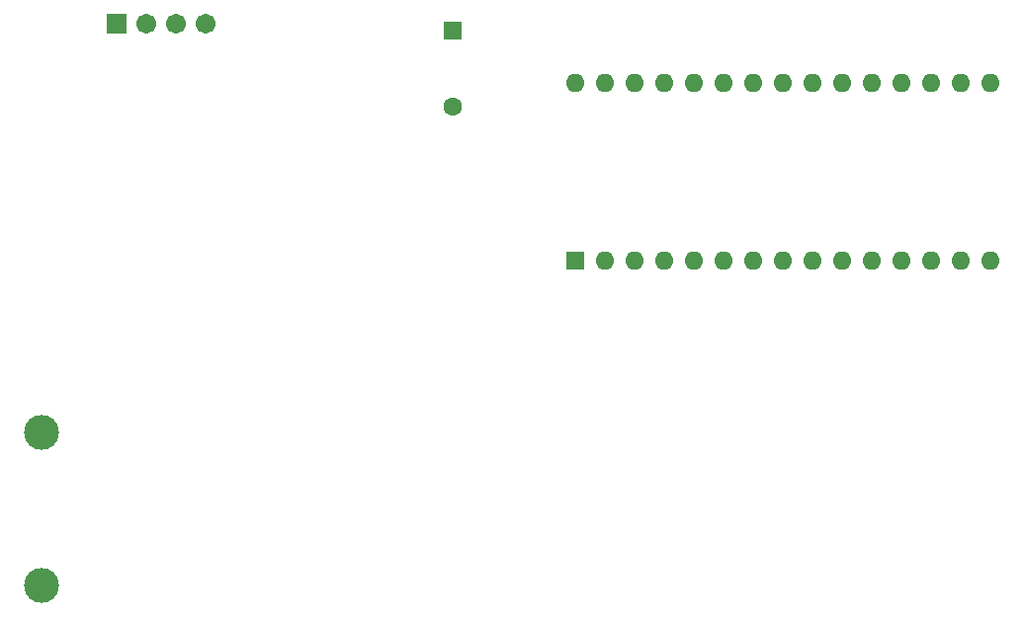
<source format=gbr>
%TF.GenerationSoftware,KiCad,Pcbnew,9.0.3*%
%TF.CreationDate,2025-11-18T14:15:19+09:00*%
%TF.ProjectId,SpeedJeck,53706565-644a-4656-936b-2e6b69636164,1*%
%TF.SameCoordinates,Original*%
%TF.FileFunction,Soldermask,Bot*%
%TF.FilePolarity,Negative*%
%FSLAX46Y46*%
G04 Gerber Fmt 4.6, Leading zero omitted, Abs format (unit mm)*
G04 Created by KiCad (PCBNEW 9.0.3) date 2025-11-18 14:15:19*
%MOMM*%
%LPD*%
G01*
G04 APERTURE LIST*
G04 Aperture macros list*
%AMRoundRect*
0 Rectangle with rounded corners*
0 $1 Rounding radius*
0 $2 $3 $4 $5 $6 $7 $8 $9 X,Y pos of 4 corners*
0 Add a 4 corners polygon primitive as box body*
4,1,4,$2,$3,$4,$5,$6,$7,$8,$9,$2,$3,0*
0 Add four circle primitives for the rounded corners*
1,1,$1+$1,$2,$3*
1,1,$1+$1,$4,$5*
1,1,$1+$1,$6,$7*
1,1,$1+$1,$8,$9*
0 Add four rect primitives between the rounded corners*
20,1,$1+$1,$2,$3,$4,$5,0*
20,1,$1+$1,$4,$5,$6,$7,0*
20,1,$1+$1,$6,$7,$8,$9,0*
20,1,$1+$1,$8,$9,$2,$3,0*%
G04 Aperture macros list end*
%ADD10RoundRect,0.102000X-0.754000X-0.754000X0.754000X-0.754000X0.754000X0.754000X-0.754000X0.754000X0*%
%ADD11C,1.712000*%
%ADD12R,1.600000X1.600000*%
%ADD13O,1.600000X1.600000*%
%ADD14C,3.000000*%
%ADD15C,1.600000*%
G04 APERTURE END LIST*
D10*
%TO.C,U1*%
X120190000Y-43450000D03*
D11*
X122730000Y-43450000D03*
X125270000Y-43450000D03*
X127810000Y-43450000D03*
%TD*%
D12*
%TO.C,A1*%
X159512000Y-63754000D03*
D13*
X162052000Y-63754000D03*
X164592000Y-63754000D03*
X167132000Y-63754000D03*
X169672000Y-63754000D03*
X172212000Y-63754000D03*
X174752000Y-63754000D03*
X177292000Y-63754000D03*
X179832000Y-63754000D03*
X182372000Y-63754000D03*
X184912000Y-63754000D03*
X187452000Y-63754000D03*
X189992000Y-63754000D03*
X192532000Y-63754000D03*
X195072000Y-63754000D03*
X195072000Y-48514000D03*
X192532000Y-48514000D03*
X189992000Y-48514000D03*
X187452000Y-48514000D03*
X184912000Y-48514000D03*
X182372000Y-48514000D03*
X179832000Y-48514000D03*
X177292000Y-48514000D03*
X174752000Y-48514000D03*
X172212000Y-48514000D03*
X169672000Y-48514000D03*
X167132000Y-48514000D03*
X164592000Y-48514000D03*
X162052000Y-48514000D03*
X159512000Y-48514000D03*
%TD*%
D14*
%TO.C,J1*%
X113792000Y-78486000D03*
X113792000Y-91626000D03*
%TD*%
D12*
%TO.C,BZ1*%
X149000000Y-44000000D03*
D15*
X149000000Y-50500000D03*
%TD*%
M02*

</source>
